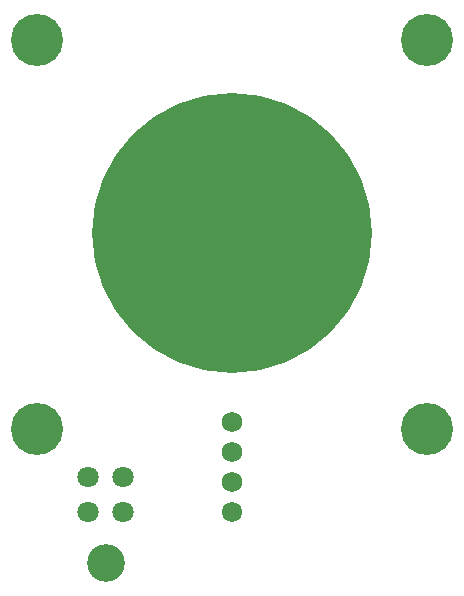
<source format=gbs>
G04*
G04 #@! TF.GenerationSoftware,Altium Limited,Altium Designer,18.1.11 (251)*
G04*
G04 Layer_Color=16711935*
%FSLAX25Y25*%
%MOIN*%
G70*
G01*
G75*
%ADD14C,0.12611*%
%ADD15C,0.07099*%
%ADD16C,0.17335*%
%ADD17C,0.93320*%
%ADD18C,0.06800*%
%ADD19C,0.06784*%
D14*
X203150Y122441D02*
D03*
D15*
X197244Y151181D02*
D03*
X209055D02*
D03*
X197244Y139370D02*
D03*
X209055D02*
D03*
D16*
X180315Y296850D02*
D03*
Y166929D02*
D03*
X310236Y296850D02*
D03*
Y166929D02*
D03*
D17*
X245276Y232362D02*
D03*
D18*
Y169370D02*
D03*
Y159370D02*
D03*
Y149370D02*
D03*
D19*
Y139370D02*
D03*
M02*

</source>
